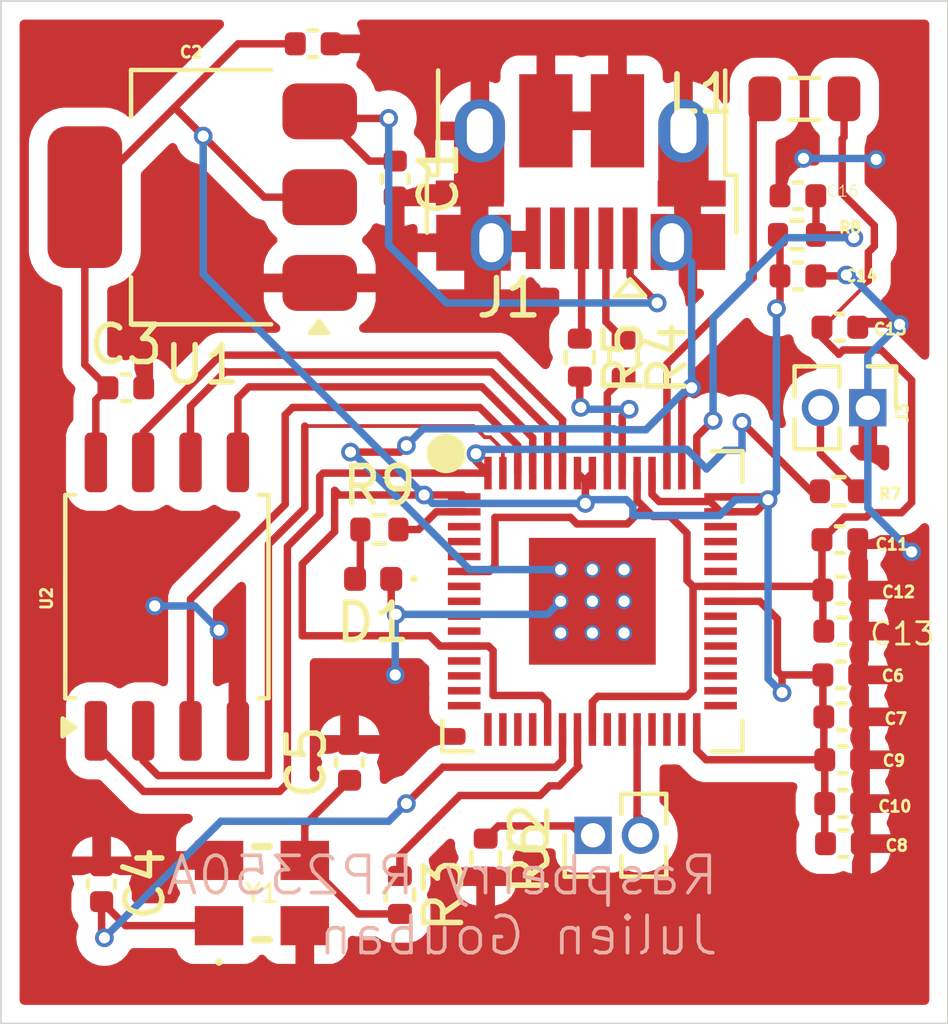
<source format=kicad_pcb>
(kicad_pcb (version 20240108) (generator "pcbnew") (generator_version "8.0")
  (layers (0 "F.Cu" signal) (31 "B.Cu" signal) (34 "B.Paste" user) (35 "F.Paste" user) (36 "B.SilkS" user "B.Silkscreen") (37 "F.SilkS" user "F.Silkscreen") (38 "B.Mask" user) (39 "F.Mask" user) (44 "Edge.Cuts" user))
  (net 0 "")
  (net 1 "GND")
  (net 2 "VBus")
  (net 3 "+3V3")
  (net 4 "/XIN")
  (net 5 "Net-(Y1-CRYSTAL_2)")
  (net 6 "+1V1")
  (net 7 "/VREG_AVDD")
  (net 8 "Net-(D1-A)")
  (net 9 "/USB_D+")
  (net 11 "/USB_D-")
  (net 12 "Net-(J2-Pin_1)")
  (net 13 "/RUN")
  (net 14 "/USB_BOOT")
  (net 15 "/VREG_LX")
  (net 16 "/GPIO0")
  (net 17 "/QSPI_SS")
  (net 18 "/XOUT")
  (net 19 "Net-(U3-USB_DP)")
  (net 20 "Net-(U3-USB_DM)")
  (net 21 "/QSPI_SD1")
  (net 22 "/QSPI_SD0")
  (net 23 "/QSPI_SCLK")
  (net 24 "/QSPI_SD2")
  (net 25 "/QSPI_SD3")
  (net 44 "/SWCLK")
  (net 46 "/SWD")
  (footprint "Inductor_SMD:L_0805_2012Metric" (layer "F.Cu") (at 33.025 14.025 180)
    (property "Reference" "L1")
    (property "Value" "3.3uH" (hide yes))
  )
  (footprint "Connector_PinHeader_1.27mm:PinHeader_1x02_P1.27mm_Vertical" (layer "F.Cu") (at 34.725 22.31 -90)
    (property "Reference" "J3")
    (property "Value" "Conn_01x02_Pin" (hide yes))
  )
  (footprint "Resistor_SMD:R_0402_1005Metric" (layer "F.Cu") (at 27 20.965 -90)
    (property "Reference" "R5")
    (property "Value" "27 ohms" (hide yes))
  )
  (footprint "Capacitor_SMD:C_0402_1005Metric" (layer "F.Cu") (at 22.05 16.175 -90)
    (property "Reference" "C1")
    (property "Value" "10uF" (hide yes))
  )
  (footprint "Capacitor_SMD:C_0402_1005Metric" (layer "F.Cu") (at 14.825 21.775)
    (property "Reference" "C3")
    (property "Value" "100nF")
  )
  (footprint "Capacitor_SMD:C_0402_1005Metric" (layer "F.Cu") (at 33.975 20.15)
    (property "Reference" "C15")
    (property "Value" "4.7uf" (hide yes))
  )
  (footprint "Capacitor_SMD:C_0402_1005Metric" (layer "F.Cu") (at 34.05 32.925)
    (property "Reference" "C10")
    (property "Value" "100nf" (hide yes))
  )
  (footprint "Capacitor_SMD:C_0402_1005Metric" (layer "F.Cu") (at 19.85 12.55)
    (property "Reference" "C2")
    (property "Value" "10uF" (hide yes))
  )
  (footprint "Capacitor_SMD:C_0402_1005Metric" (layer "F.Cu") (at 34.05 31.75)
    (property "Reference" "C9")
    (property "Value" "100nf" (hide yes))
  )
  (footprint "Capacitor_SMD:C_0402_1005Metric" (layer "F.Cu") (at 14.175 35.075 -90)
    (property "Reference" "C4")
    (property "Value" "15pF" (hide yes))
  )
  (footprint "Crystal_ABM8:ABM8272T3" (layer "F.Cu") (at 18.475 35.325)
    (property "Reference" "Y1")
    (property "Value" "ABM8-272-T3" (hide yes))
  )
  (footprint "Capacitor_SMD:C_0402_1005Metric" (layer "F.Cu") (at 33.975 25.85)
    (property "Reference" "C11")
    (property "Value" "100nf" (hide yes))
  )
  (footprint "Capacitor_SMD:C_0402_1005Metric" (layer "F.Cu") (at 32.85 18.775)
    (property "Reference" "C14")
    (property "Value" "4.7uf" (hide yes))
  )
  (footprint "Capacitor_SMD:C_0402_1005Metric" (layer "F.Cu") (at 34 29.475)
    (property "Reference" "C6")
    (property "Value" "100nf" (hide yes))
  )
  (footprint "Capacitor_SMD:C_0402_1005Metric" (layer "F.Cu") (at 34.07 34)
    (property "Reference" "C8")
    (property "Value" "100nf" (hide yes))
  )
  (footprint "Capacitor_SMD:C_0402_1005Metric" (layer "F.Cu") (at 34 27.2)
    (property "Reference" "C12")
    (property "Value" "4.7uF" (hide yes))
  )
  (footprint "Package_TO_SOT_SMD:SOT-223-3_TabPin2" (layer "F.Cu") (at 16.875 16.6625 180)
    (property "Reference" "U1")
    (property "Value" "NCP1117-3.3_SOT223" (hide yes))
  )
  (footprint "Capacitor_SMD:C_0402_1005Metric" (layer "F.Cu") (at 32.85 16.625 180)
    (property "Reference" "C16")
    (property "Value" "4.7uf" (hide yes))
  )
  (footprint "Resistor_SMD:R_0402_1005Metric" (layer "F.Cu") (at 32.825 17.675 180)
    (property "Reference" "R8")
    (property "Value" "33ohms" (hide yes))
  )
  (footprint "Capacitor_SMD:C_0402_1005Metric" (layer "F.Cu") (at 20.825 31.82 90)
    (property "Reference" "C5")
    (property "Value" "15pF" (hide yes))
  )
  (footprint "RP2350:RP2350A_QFN-60_EP_7.75x7.75_Pitch0.4mm" (layer "F.Cu") (at 27.3375 27.5)
    (property "Reference" "U3" (hide yes))
    (property "Value" "RP2350A-QFN60" (hide yes))
  )
  (footprint "Capacitor_SMD:C_0402_1005Metric" (layer "F.Cu") (at 34.025 30.6)
    (property "Reference" "C7")
    (property "Value" "100nf" (hide yes))
  )
  (footprint "Resistor_SMD:R_0402_1005Metric" (layer "F.Cu") (at 21.625 25.575)
    (property "Reference" "R9")
    (property "Value" "220 ohms" (hide yes))
  )
  (footprint "Connector_USB:USB_Micro-B_Amphenol_10103594-0001LF_Horizontal" (layer "F.Cu") (at 27.025 16 180)
    (property "Reference" "J1")
    (property "Value" "USB_B_Micro" (hide yes))
  )
  (footprint "Resistor_SMD:R_0402_1005Metric" (layer "F.Cu") (at 33.95 24.55)
    (property "Reference" "R7")
    (property "Value" "1kohms" (hide yes))
  )
  (footprint "Connector_PinHeader_1.27mm:PinHeader_1x02_P1.27mm_Vertical" (layer "F.Cu") (at 27.355 33.775 90)
    (property "Reference" "J2")
    (property "Value" "Conn_01x02_Pin" (hide yes))
  )
  (footprint "LED_SMD:LED_0402_1005Metric" (layer "F.Cu") (at 21.4575 26.9 180)
    (property "Reference" "D1")
    (property "Value" "LED" (hide yes))
  )
  (footprint "Resistor_SMD:R_0402_1005Metric" (layer "F.Cu") (at 22.175 35.375 -90)
    (property "Reference" "R3")
    (property "Value" "1kohms" (hide yes))
  )
  (footprint "Resistor_SMD:R_0402_1005Metric" (layer "F.Cu") (at 28.175 20.99 -90)
    (property "Reference" "R4")
    (property "Value" "27 ohms" (hide yes))
  )
  (footprint "Resistor_SMD:R_0402_1005Metric" (layer "F.Cu") (at 24.475 34.375 -90)
    (property "Reference" "R6")
    (property "Value" "1kohms")
  )
  (footprint "Package_SO:SOIC-8_5.23x5.23mm_P1.27mm" (layer "F.Cu") (at 15.925 27.375 90)
    (property "Reference" "U2")
    (property "Value" "W25Q128JVS")
  )
  (footprint "Capacitor_SMD:C_0402_1005Metric" (layer "F.Cu") (at 34.025 28.3)
    (property "Reference" "C13")
    (property "Value" "100nf" (hide yes))
  )
  (gr_rect (start 11.475 11.4) (end 36.875 38.825) (stroke (width 0.05)) (fill none) (layer "Edge.Cuts"))
  (gr_text "Raspberry RP2350A\nJulien Gouban" (at 30.775 37.05 0) (layer "B.SilkS") (effects (font (size 1 1) (thickness 0.1)) (justify left bottom mirror)))
  (segment (start 21.9425 27.7175) (end 22.075 27.85) (width 0.2) (layer "F.Cu") (net 1))
  (segment (start 32.37 16.625) (end 32.37 16.23) (width 0.2) (layer "F.Cu") (net 1))
  (segment (start 32.37 16.23) (end 32.95 15.65) (width 0.2) (layer "F.Cu") (net 1))
  (segment (start 29.7375 22.0375) (end 30 21.775) (width 0.2) (layer "F.Cu") (net 1))
  (segment (start 20.85 23.5) (end 22.175 23.5) (width 0.2) (layer "F.Cu") (net 1))
  (segment (start 21.9425 26.9) (end 21.9425 27.7175) (width 0.2) (layer "F.Cu") (net 1))
  (segment (start 34.125 18.775) (end 34.15 18.75) (width 0.2) (layer "F.Cu") (net 1))
  (segment (start 29.7375 24.0625) (end 29.7375 22.0375) (width 0.2) (layer "F.Cu") (net 1))
  (segment (start 22.175 23.5) (end 22.35 23.325) (width 0.2) (layer "F.Cu") (net 1))
  (segment (start 33.33 18.775) (end 34.125 18.775) (width 0.2) (layer "F.Cu") (net 1))
  (via (at 20.85 23.5) (size 0.5) (drill 0.3) (layers "F.Cu" "B.Cu") (net 1))
  (via (at 15.6 27.625) (size 0.5) (drill 0.3) (layers "F.Cu" "B.Cu") (net 1))
  (via (at 35.9 26.175) (size 0.5) (drill 0.3) (layers "F.Cu" "B.Cu") (net 1))
  (via (at 30 21.775) (size 0.5) (drill 0.3) (layers "F.Cu" "B.Cu") (net 1))
  (via (at 33 15.625) (size 0.5) (drill 0.3) (layers "F.Cu" "B.Cu") (net 1))
  (via (at 22.35 23.325) (size 0.5) (drill 0.3) (layers "F.Cu" "B.Cu") (net 1))
  (via (at 35.575 20.075) (size 0.5) (drill 0.3) (layers "F.Cu" "B.Cu") (net 1))
  (via (at 34.95 15.65) (size 0.5) (drill 0.3) (layers "F.Cu" "B.Cu") (net 1))
  (via (at 22.075 27.85) (size 0.5) (drill 0.3) (layers "F.Cu" "B.Cu") (net 1))
  (via (at 22.05 29.475) (size 0.5) (drill 0.3) (layers "F.Cu" "B.Cu") (net 1))
  (via (at 17.325 28.275) (size 0.5) (drill 0.3) (layers "F.Cu" "B.Cu") (net 1))
  (via (at 34.15 18.75) (size 0.5) (drill 0.3) (layers "F.Cu" "B.Cu") (net 1))
  (segment (start 27.922182 22.875) (end 27.947182 22.9) (width 0.2) (layer "B.Cu") (net 1))
  (segment (start 22.05 27.875) (end 22.075 27.85) (width 0.2) (layer "B.Cu") (net 1))
  (segment (start 16.675 27.625) (end 17.325 28.275) (width 0.2) (layer "B.Cu") (net 1))
  (segment (start 28.775 22.9) (end 29.9 21.775) (width 0.2) (layer "B.Cu") (net 1))
  (segment (start 34.15 18.75) (end 34.25 18.75) (width 0.2) (layer "B.Cu") (net 1))
  (segment (start 35.575 20.075) (end 34.725 20.925) (width 0.2) (layer "B.Cu") (net 1))
  (segment (start 22.075 27.85) (end 26.1375 27.85) (width 0.2) (layer "B.Cu") (net 1))
  (segment (start 29.9 21.775) (end 30 21.775) (width 0.2) (layer "B.Cu") (net 1))
  (segment (start 30 21.775) (end 30 18.415) (width 0.2) (layer "B.Cu") (net 1))
  (segment (start 27.947182 22.9) (end 28.775 22.9) (width 0.2) (layer "B.Cu") (net 1))
  (segment (start 20.897182 23.5) (end 24.047182 26.65) (width 0.2) (layer "B.Cu") (net 1))
  (segment (start 33 15.625) (end 34.925 15.625) (width 0.2) (layer "B.Cu") (net 1))
  (segment (start 35.9 26.175) (end 34.725 25) (width 0.2) (layer "B.Cu") (net 1))
  (segment (start 22.35 23.325) (end 22.8 22.875) (width 0.2) (layer "B.Cu") (net 1))
  (segment (start 22.8 22.875) (end 27.922182 22.875) (width 0.2) (layer "B.Cu") (net 1))
  (segment (start 20.85 23.5) (end 20.897182 23.5) (width 0.2) (layer "B.Cu") (net 1))
  (segment (start 34.25 18.75) (end 35.575 20.075) (width 0.2) (layer "B.Cu") (net 1))
  (segment (start 22.05 29.475) (end 22.05 27.875) (width 0.2) (layer "B.Cu") (net 1))
  (segment (start 34.725 25) (end 34.725 22.31) (width 0.2) (layer "B.Cu") (net 1))
  (segment (start 30 18.415) (end 29.47 17.885) (width 0.2) (layer "B.Cu") (net 1))
  (segment (start 34.925 15.625) (end 34.95 15.65) (width 0.2) (layer "B.Cu") (net 1))
  (segment (start 34.725 20.925) (end 34.725 22.31) (width 0.2) (layer "B.Cu") (net 1))
  (segment (start 15.6 27.625) (end 16.675 27.625) (width 0.2) (layer "B.Cu") (net 1))
  (segment (start 26.1375 27.85) (end 26.4875 27.5) (width 0.2) (layer "B.Cu") (net 1))
  (segment (start 24.047182 26.65) (end 26.4875 26.65) (width 0.2) (layer "B.Cu") (net 1))
  (segment (start 28.35 17.765) (end 28.35 18.775) (width 0.2) (layer "F.Cu") (net 2))
  (segment (start 21.3575 15.695) (end 22.05 15.695) (width 0.2) (layer "F.Cu") (net 2))
  (segment (start 21.875 14.55) (end 20.2125 14.55) (width 0.2) (layer "F.Cu") (net 2))
  (segment (start 20.2125 14.55) (end 20.025 14.3625) (width 0.2) (layer "F.Cu") (net 2))
  (segment (start 28.35 18.775) (end 29.075 19.5) (width 0.2) (layer "F.Cu") (net 2))
  (segment (start 20.025 14.3625) (end 21.3575 15.695) (width 0.2) (layer "F.Cu") (net 2))
  (via (at 21.875 14.55) (size 0.5) (drill 0.3) (layers "F.Cu" "B.Cu") (net 2))
  (via (at 29.075 19.5) (size 0.5) (drill 0.3) (layers "F.Cu" "B.Cu") (net 2))
  (segment (start 29.075 19.5) (end 23.425 19.5) (width 0.2) (layer "B.Cu") (net 2))
  (segment (start 23.425 19.5) (end 21.875 17.95) (width 0.2) (layer "B.Cu") (net 2))
  (segment (start 21.875 17.95) (end 21.875 14.55) (width 0.2) (layer "B.Cu") (net 2))
  (segment (start 14.02 22.1) (end 14.345 21.775) (width 0.2) (layer "F.Cu") (net 3))
  (segment (start 26.1375 30.2) (end 26.1375 30.9375) (width 0.2) (layer "F.Cu") (net 3))
  (segment (start 33.57 31.75) (end 30.3875 31.75) (width 0.2) (layer "F.Cu") (net 3))
  (segment (start 20.55 24.65) (end 20.425 24.525) (width 0.2) (layer "F.Cu") (net 3))
  (segment (start 18.5375 16.6625) (end 16.9 15.025) (width 0.2) (layer "F.Cu") (net 3))
  (segment (start 23.9 28.7) (end 24.55 28.7) (width 0.2) (layer "F.Cu") (net 3))
  (segment (start 32.37 17.73) (end 32.315 17.675) (width 0.2) (layer "F.Cu") (net 3))
  (segment (start 25.9625 30.025) (end 26.1375 30.2) (width 0.2) (layer "F.Cu") (net 3))
  (segment (start 32.3 29.375) (end 32.4 29.475) (width 0.2) (layer "F.Cu") (net 3))
  (segment (start 24.55 28.7) (end 24.675 28.825) (width 0.2) (layer "F.Cu") (net 3))
  (segment (start 27.15 24.875) (end 27.15 24.25) (width 0.2) (layer "F.Cu") (net 3))
  (segment (start 19.557843 28.425) (end 22.975 28.425) (width 0.2) (layer "F.Cu") (net 3))
  (segment (start 30.775 27.5) (end 31.825 27.5) (width 0.2) (layer "F.Cu") (net 3))
  (segment (start 27.15 24.875) (end 27.15 24.275) (width 0.2) (layer "F.Cu") (net 3))
  (segment (start 30.1375 31.5) (end 30.1375 30.9375) (width 0.2) (layer "F.Cu") (net 3))
  (segment (start 33.52 29.475) (end 33.52 30.575) (width 0.2) (layer "F.Cu") (net 3))
  (segment (start 32.4 29.475) (end 33.52 29.475) (width 0.2) (layer "F.Cu") (net 3))
  (segment (start 29.128186 24.825) (end 28.9375 24.634314) (width 0.2) (layer "F.Cu") (net 3))
  (segment (start 32.425 29.95) (end 32.425 29.5) (width 0.2) (layer "F.Cu") (net 3))
  (segment (start 23.85 24.65) (end 23.9 24.7) (width 0.2) (layer "F.Cu") (net 3))
  (segment (start 33.57 31.75) (end 33.57 32.925) (width 0.2) (layer "F.Cu") (net 3))
  (segment (start 20.425 25.632843) (end 19.557843 26.5) (width 0.2) (layer "F.Cu") (net 3))
  (segment (start 33.52 30.575) (end 33.545 30.6) (width 0.2) (layer "F.Cu") (net 3))
  (segment (start 27.15 24.25) (end 27.3375 24.0625) (width 0.2) (layer "F.Cu") (net 3))
  (segment (start 22.975 28.425) (end 23.25 28.7) (width 0.2) (layer "F.Cu") (net 3))
  (segment (start 16.13125 14.25625) (end 13.725 16.6625) (width 0.2) (layer "F.Cu") (net 3))
  (segment (start 13.725 21.155) (end 14.345 21.775) (width 0.2) (layer "F.Cu") (net 3))
  (segment (start 31.825 27.5) (end 32.3 27.975) (width 0.2) (layer "F.Cu") (net 3))
  (segment (start 30.3875 31.75) (end 30.1375 31.5) (width 0.2) (layer "F.Cu") (net 3))
  (segment (start 30.5 24.825) (end 29.128186 24.825) (width 0.2) (layer "F.Cu") (net 3))
  (segment (start 33.57 33.98) (end 33.59 34) (width 0.2) (layer "F.Cu") (net 3))
  (segment (start 23.25 28.7) (end 23.9 28.7) (width 0.2) (layer "F.Cu") (net 3))
  (segment (start 33.545 30.6) (end 33.545 31.725) (width 0.2) (layer "F.Cu") (net 3))
  (segment (start 27.15 24.275) (end 26.9375 24.0625) (width 0.2) (layer "F.Cu") (net 3))
  (segment (start 24.675 30.025) (end 25.9625 30.025) (width 0.2) (layer "F.Cu") (net 3))
  (segment (start 32.37 18.775) (end 32.37 17.73) (width 0.2) (layer "F.Cu") (net 3))
  (segment (start 20.025 16.6625) (end 18.5375 16.6625) (width 0.2) (layer "F.Cu") (net 3))
  (segment (start 13.725 16.6625) (end 13.725 21.155) (width 0.2) (layer "F.Cu") (net 3))
  (segment (start 14.02 23.775) (end 14.02 22.1) (width 0.2) (layer "F.Cu") (net 3))
  (segment (start 33.57 32.925) (end 33.57 33.98) (width 0.2) (layer "F.Cu") (net 3))
  (segment (start 16.9 15.025) (end 16.13125 14.25625) (width 0.2) (layer "F.Cu") (net 3))
  (segment (start 32.37 18.775) (end 32.37 19.555) (width 0.2) (layer "F.Cu") (net 3))
  (segment (start 31.725 25.1) (end 32.05 24.775) (width 0.2) (layer "F.Cu") (net 3))
  (segment (start 17.8375 12.55) (end 16.13125 14.25625) (width 0.2) (layer "F.Cu") (net 3))
  (segment (start 32.3 27.975) (end 32.3 29.375) (width 0.2) (layer "F.Cu") (net 3))
  (segment (start 30.775 25.1) (end 30.5 24.825) (width 0.2) (layer "F.Cu") (net 3))
  (segment (start 32.425 29.5) (end 32.4 29.475) (width 0.2) (layer "F.Cu") (net 3))
  (segment (start 30.775 24.7) (end 31.975 24.7) (width 0.2) (layer "F.Cu") (net 3))
  (segment (start 19.557843 26.5) (end 19.557843 28.425) (width 0.2) (layer "F.Cu") (net 3))
  (segment (start 20.425 24.525) (end 20.425 25.632843) (width 0.2) (layer "F.Cu") (net 3))
  (segment (start 32.37 19.555) (end 32.275 19.65) (width 0.2) (layer "F.Cu") (net 3))
  (segment (start 31.975 24.7) (end 32.05 24.775) (width 0.2) (layer "F.Cu") (net 3))
  (segment (start 28.9375 24.634314) (end 28.9375 24.0625) (width 0.2) (layer "F.Cu") (net 3))
  (segment (start 19.37 12.55) (end 17.8375 12.55) (width 0.2) (layer "F.Cu") (net 3))
  (segment (start 22.825 24.65) (end 23.85 24.65) (width 0.2) (layer "F.Cu") (net 3))
  (segment (start 30.775 25.1) (end 31.725 25.1) (width 0.2) (layer "F.Cu") (net 3))
  (segment (start 22.825 24.65) (end 20.55 24.65) (width 0.2) (layer "F.Cu") (net 3))
  (segment (start 33.545 31.725) (end 33.57 31.75) (width 0.2) (layer "F.Cu") (net 3))
  (segment (start 24.675 28.825) (end 24.675 30.025) (width 0.2) (layer "F.Cu") (net 3))
  (via (at 16.9 15.025) (size 0.5) (drill 0.3) (layers "F.Cu" "B.Cu") (net 3))
  (via (at 22.825 24.65) (size 0.5) (drill 0.3) (layers "F.Cu" "B.Cu") (net 3))
  (via (at 32.425 29.95) (size 0.5) (drill 0.3) (layers "F.Cu" "B.Cu") (net 3))
  (via (at 27.15 24.875) (size 0.5) (drill 0.3) (layers "F.Cu" "B.Cu") (net 3))
  (via (at 32.05 24.775) (size 0.5) (drill 0.3) (layers "F.Cu" "B.Cu") (net 3))
  (via (at 32.275 19.65) (size 0.5) (drill 0.3) (layers "F.Cu" "B.Cu") (net 3))
  (segment (start 30.75 25.2) (end 31.175 24.775) (width 0.2) (layer "B.Cu") (net 3))
  (segment (start 32.275 19.65) (end 32.275 24.55) (width 0.2) (layer "B.Cu") (net 3))
  (segment (start 16.9 18.725) (end 22.825 24.65) (width 0.2) (layer "B.Cu") (net 3))
  (segment (start 27.15 24.875) (end 23.05 24.875) (width 0.2) (layer "B.Cu") (net 3))
  (segment (start 28.25 24.775) (end 27.25 24.775) (width 0.2) (layer "B.Cu") (net 3))
  (segment (start 32.275 24.55) (end 32.05 24.775) (width 0.2) (layer "B.Cu") (net 3))
  (segment (start 27.25 24.775) (end 27.15 24.875) (width 0.2) (layer "B.Cu") (net 3))
  (segment (start 23.05 24.875) (end 22.825 24.65) (width 0.2) (layer "B.Cu") (net 3))
  (segment (start 16.9 15.025) (end 16.9 18.725) (width 0.2) (layer "B.Cu") (net 3))
  (segment (start 28.425 24.95) (end 28.425 25.2) (width 0.2) (layer "B.Cu") (net 3))
  (segment (start 28.425 25.2) (end 30.75 25.2) (width 0.2) (layer "B.Cu") (net 3))
  (segment (start 32.05 29.575) (end 32.425 29.95) (width 0.2) (layer "B.Cu") (net 3))
  (segment (start 32.05 24.775) (end 31.175 24.775) (width 0.2) (layer "B.Cu") (net 3))
  (segment (start 28.25 24.775) (end 28.425 24.95) (width 0.2) (layer "B.Cu") (net 3))
  (segment (start 32.05 24.775) (end 32.05 29.575) (width 0.2) (layer "B.Cu") (net 3))
  (segment (start 26.5375 31.7625) (end 26.35 31.95) (width 0.2) (layer "F.Cu") (net 4))
  (segment (start 14.175 36.45) (end 14.25 36.525) (width 0.2) (layer "F.Cu") (net 4))
  (segment (start 26.5375 30.9375) (end 26.5375 31.7625) (width 0.2) (layer "F.Cu") (net 4))
  (segment (start 23.325 31.95) (end 22.35 32.925) (width 0.2) (layer "F.Cu") (net 4))
  (segment (start 26.35 31.95) (end 23.325 31.95) (width 0.2) (layer "F.Cu") (net 4))
  (segment (start 17.325 36.2) (end 14.82 36.2) (width 0.2) (layer "F.Cu") (net 4))
  (segment (start 14.175 35.555) (end 14.175 36.45) (width 0.2) (layer "F.Cu") (net 4))
  (segment (start 14.82 36.2) (end 14.175 35.555) (width 0.2) (layer "F.Cu") (net 4))
  (via (at 14.25 36.525) (size 0.5) (drill 0.3) (layers "F.Cu" "B.Cu") (net 4))
  (via (at 22.35 32.925) (size 0.5) (drill 0.3) (layers "F.Cu" "B.Cu") (net 4))
  (segment (start 22.35 32.925) (end 21.875 33.4) (width 0.2) (layer "B.Cu") (net 4))
  (segment (start 17.375 33.4) (end 14.25 36.525) (width 0.2) (layer "B.Cu") (net 4))
  (segment (start 21.875 33.4) (end 17.375 33.4) (width 0.2) (layer "B.Cu") (net 4))
  (segment (start 22.175 35.885) (end 21.06 35.885) (width 0.2) (layer "F.Cu") (net 5))
  (segment (start 21.06 35.885) (end 19.625 34.45) (width 0.2) (layer "F.Cu") (net 5))
  (segment (start 19.625 34.45) (end 19.625 33.5) (width 0.2) (layer "F.Cu") (net 5))
  (segment (start 19.625 33.5) (end 20.825 32.3) (width 0.2) (layer "F.Cu") (net 5))
  (segment (start 28.275 25.425) (end 28.71875 24.98125) (width 0.2) (layer "F.Cu") (net 6))
  (segment (start 24.725 25.25) (end 26.747182 25.25) (width 0.2) (layer "F.Cu") (net 6))
  (segment (start 34.0875 15.05) (end 34.0875 14.025) (width 0.2) (layer "F.Cu") (net 6))
  (segment (start 33.525 20.15) (end 33.495 20.15) (width 0.1) (layer "F.Cu") (net 6))
  (segment (start 34.9 17.425) (end 34.9 17.977818) (width 0.2) (layer "F.Cu") (net 6))
  (segment (start 28.71875 24.98125) (end 28.5375 24.8) (width 0.2) (layer "F.Cu") (net 6))
  (segment (start 24.725 26.55) (end 24.725 25.25) (width 0.2) (layer "F.Cu") (net 6))
  (segment (start 34.0375 16.5625) (end 34.9 17.425) (width 0.2) (layer "F.Cu") (net 6))
  (segment (start 33.495 25.85) (end 33.495 27.175) (width 0.2) (layer "F.Cu") (net 6))
  (segment (start 30.0375 27.1) (end 29.875 26.9375) (width 0.2) (layer "F.Cu") (net 6))
  (segment (start 29.875 30.05) (end 30.0375 29.8875) (width 0.2) (layer "F.Cu") (net 6))
  (segment (start 33.52 28.275) (end 33.545 28.3) (width 0.2) (layer "F.Cu") (net 6))
  (segment (start 34.0375 15.1) (end 34.0375 16.5625) (width 0.2) (layer "F.Cu") (net 6))
  (segment (start 34.685 25.24) (end 34.8 25.125) (width 0.2) (layer "F.Cu") (net 6))
  (segment (start 35.9 21.575) (end 35.085 20.76) (width 0.2) (layer "F.Cu") (net 6))
  (segment (start 35.625 25.125) (end 35.9 24.85) (width 0.2) (layer "F.Cu") (net 6))
  (segment (start 24.575 26.7) (end 24.725 26.55) (width 0.2) (layer "F.Cu") (net 6))
  (segment (start 34.8 25.125) (end 35.625 25.125) (width 0.2) (layer "F.Cu") (net 6))
  (segment (start 33.42 27.1) (end 30.775 27.1) (width 0.2) (layer "F.Cu") (net 6))
  (segment (start 33.95 20.875) (end 33.495 20.42) (width 0.2) (layer "F.Cu") (net 6))
  (segment (start 34.738909 18.936091) (end 33.525 20.15) (width 0.1) (layer "F.Cu") (net 6))
  (segment (start 34.738909 18.906091) (end 34.738909 18.936091) (width 0.1) (layer "F.Cu") (net 6))
  (segment (start 27.3375 30.2) (end 27.4875 30.05) (width 0.2) (layer "F.Cu") (net 6))
  (segment (start 29.425 25.225) (end 28.9625 25.225) (width 0.2) (layer "F.Cu") (net 6))
  (segment (start 35.085 20.76) (end 34.065 20.76) (width 0.2) (layer "F.Cu") (net 6))
  (segment (start 33.495 20.42) (end 33.495 20.15) (width 0.2) (layer "F.Cu") (net 6))
  (segment (start 35.9 24.85) (end 35.9 21.575) (width 0.2) (layer "F.Cu") (net 6))
  (segment (start 33.52 27.2) (end 33.42 27.1) (width 0.2) (layer "F.Cu") (net 6))
  (segment (start 30.0375 29.8875) (end 30.0375 27.1) (width 0.2) (layer "F.Cu") (net 6))
  (segment (start 26.922182 25.425) (end 28.275 25.425) (width 0.2) (layer "F.Cu") (net 6))
  (segment (start 28.9625 25.225) (end 28.71875 24.98125) (width 0.2) (layer "F.Cu") (net 6))
  (segment (start 26.747182 25.25) (end 26.922182 25.425) (width 0.2) (layer "F.Cu") (net 6))
  (segment (start 34.065 20.76) (end 33.95 20.875) (width 0.2) (layer "F.Cu") (net 6))
  (segment (start 33.495 25.85) (end 34.105 25.24) (width 0.2) (layer "F.Cu") (net 6))
  (segment (start 29.875 26.9375) (end 29.875 25.675) (width 0.2) (layer "F.Cu") (net 6))
  (segment (start 27.4875 30.05) (end 29.875 30.05) (width 0.2) (layer "F.Cu") (net 6))
  (segment (start 33.52 27.2) (end 33.52 28.275) (width 0.2) (layer "F.Cu") (net 6))
  (segment (start 27.3375 30.9375) (end 27.3375 30.2) (width 0.2) (layer "F.Cu") (net 6))
  (segment (start 34.105 25.24) (end 34.685 25.24) (width 0.2) (layer "F.Cu") (net 6))
  (segment (start 34.9 17.977818) (end 34.738909 18.138909) (width 0.2) (layer "F.Cu") (net 6))
  (segment (start 33.495 27.175) (end 33.52 27.2) (width 0.2) (layer "F.Cu") (net 6))
  (segment (start 30.775 27.1) (end 30.0375 27.1) (width 0.2) (layer "F.Cu") (net 6))
  (segment (start 34.0375 15.1) (end 34.0875 15.05) (width 0.2) (layer "F.Cu") (net 6))
  (segment (start 23.9 26.7) (end 24.575 26.7) (width 0.2) (layer "F.Cu") (net 6))
  (segment (start 34.738909 18.138909) (end 34.738909 18.906091) (width 0.2) (layer "F.Cu") (net 6))
  (segment (start 28.5375 24.8) (end 28.5375 24.0625) (width 0.2) (layer "F.Cu") (net 6))
  (segment (start 29.875 25.675) (end 29.425 25.225) (width 0.2) (layer "F.Cu") (net 6))
  (segment (start 30.1375 24.0625) (end 30.1375 23.0875) (width 0.2) (layer "F.Cu") (net 7))
  (segment (start 33.335 17.675) (end 33.335 16.63) (width 0.2) (layer "F.Cu") (net 7))
  (segment (start 30.1375 23.0875) (end 30.575 22.65) (width 0.2) (layer "F.Cu") (net 7))
  (segment (start 34.275 17.675) (end 34.35 17.75) (width 0.2) (layer "F.Cu") (net 7))
  (segment (start 33.335 17.675) (end 34.275 17.675) (width 0.2) (layer "F.Cu") (net 7))
  (segment (start 33.335 16.63) (end 33.33 16.625) (width 0.2) (layer "F.Cu") (net 7))
  (via (at 30.575 22.65) (size 0.5) (drill 0.3) (layers "F.Cu" "B.Cu") (net 7))
  (via (at 34.35 17.75) (size 0.5) (drill 0.3) (layers "F.Cu" "B.Cu") (net 7))
  (segment (start 31.55 18.925) (end 30.575 19.9) (width 0.2) (layer "B.Cu") (net 7))
  (segment (start 30.575 19.9) (end 30.575 22.65) (width 0.2) (layer "B.Cu") (net 7))
  (segment (start 32.55 17.75) (end 31.55 18.75) (width 0.2) (layer "B.Cu") (net 7))
  (segment (start 31.55 18.75) (end 31.55 18.925) (width 0.2) (layer "B.Cu") (net 7))
  (segment (start 34.35 17.75) (end 32.55 17.75) (width 0.2) (layer "B.Cu") (net 7))
  (segment (start 21.115 25.575) (end 21.115 26.7575) (width 0.2) (layer "F.Cu") (net 8))
  (segment (start 21.115 26.7575) (end 20.9725 26.9) (width 0.2) (layer "F.Cu") (net 8))
  (segment (start 27.7 17.765) (end 27.7 20.005) (width 0.2) (layer "F.Cu") (net 9))
  (segment (start 27.7 20.005) (end 28.175 20.48) (width 0.2) (layer "F.Cu") (net 9))
  (segment (start 27.05 20.405) (end 27 20.455) (width 0.2) (layer "F.Cu") (net 11))
  (segment (start 27.05 17.765) (end 27.05 20.405) (width 0.2) (layer "F.Cu") (net 11))
  (segment (start 26.8 33.525) (end 27.13 33.525) (width 0.2) (layer "F.Cu") (net 12))
  (segment (start 27.05 33.775) (end 26.8 33.525) (width 0.2) (layer "F.Cu") (net 12))
  (segment (start 27.355 33.775) (end 27.05 33.775) (width 0.2) (layer "F.Cu") (net 12))
  (segment (start 27.13 33.525) (end 27.255 33.4) (width 0.2) (layer "F.Cu") (net 12))
  (segment (start 24.815 33.525) (end 24.475 33.865) (width 0.2) (layer "F.Cu") (net 12))
  (segment (start 26.8 33.525) (end 24.815 33.525) (width 0.2) (layer "F.Cu") (net 12))
  (segment (start 28.525 33.4) (end 28.5375 33.3875) (width 0.2) (layer "F.Cu") (net 13))
  (segment (start 28.5375 33.3875) (end 28.5375 33.25) (width 0.2) (layer "F.Cu") (net 13))
  (segment (start 28.625 33.3375) (end 28.5375 33.25) (width 0.2) (layer "F.Cu") (net 13))
  (segment (start 28.625 33.775) (end 28.625 33.3375) (width 0.2) (layer "F.Cu") (net 13))
  (segment (start 28.5375 33.25) (end 28.5375 30.9375) (width 0.2) (layer "F.Cu") (net 13))
  (segment (start 34.46 24.55) (end 33.455 23.545) (width 0.2) (layer "F.Cu") (net 14))
  (segment (start 33.455 23.545) (end 33.455 22.31) (width 0.2) (layer "F.Cu") (net 14))
  (segment (start 29.3375 24.0625) (end 29.3375 21.1375) (width 0.2) (layer "F.Cu") (net 15))
  (segment (start 29.3375 21.1375) (end 31.65 18.825) (width 0.2) (layer "F.Cu") (net 15))
  (segment (start 31.65 14.3375) (end 31.9625 14.025) (width 0.2) (layer "F.Cu") (net 15))
  (segment (start 31.65 18.825) (end 31.65 14.3375) (width 0.2) (layer "F.Cu") (net 15))
  (segment (start 22.677818 25.575) (end 22.135 25.575) (width 0.2) (layer "F.Cu") (net 16))
  (segment (start 23.9 25.1) (end 23.152818 25.1) (width 0.2) (layer "F.Cu") (net 16))
  (segment (start 23.152818 25.1) (end 22.677818 25.575) (width 0.2) (layer "F.Cu") (net 16))
  (segment (start 14.02 30.975) (end 14.02 31.32) (width 0.2) (layer "F.Cu") (net 17))
  (segment (start 31.35 22.7) (end 33.2 24.55) (width 0.2) (layer "F.Cu") (net 17))
  (segment (start 15.3 32.6) (end 18.95 32.6) (width 0.2) (layer "F.Cu") (net 17))
  (segment (start 19.157843 32.392157) (end 19.157843 26.032843) (width 0.2) (layer "F.Cu") (net 17))
  (segment (start 14.02 31.32) (end 15.3 32.6) (width 0.2) (layer "F.Cu") (net 17))
  (segment (start 33.2 24.55) (end 33.44 24.55) (width 0.2) (layer "F.Cu") (net 17))
  (segment (start 19.157843 26.032843) (end 20.025 25.165686) (width 0.2) (layer "F.Cu") (net 17))
  (segment (start 24.216056 23.741056) (end 24.5375 24.0625) (width 0.2) (layer "F.Cu") (net 17))
  (segment (start 18.95 32.6) (end 19.157843 32.392157) (width 0.2) (layer "F.Cu") (net 17))
  (segment (start 20.025 25.165686) (end 20.025 24.15) (width 0.2) (layer "F.Cu") (net 17))
  (segment (start 24.216056 23.541894) (end 24.216056 23.741056) (width 0.2) (layer "F.Cu") (net 17))
  (segment (start 20.1125 24.0625) (end 24.5375 24.0625) (width 0.2) (layer "F.Cu") (net 17))
  (segment (start 20.025 24.15) (end 20.1125 24.0625) (width 0.2) (layer "F.Cu") (net 17))
  (via (at 24.216056 23.541894) (size 0.5) (drill 0.3) (layers "F.Cu" "B.Cu") (net 17))
  (via (at 31.35 22.7) (size 0.5) (drill 0.3) (layers "F.Cu" "B.Cu") (net 17))
  (segment (start 24.216056 23.541894) (end 24.33295 23.425) (width 0.2) (layer "B.Cu") (net 17))
  (segment (start 30.9 23.45) (end 31.35 23.45) (width 0.2) (layer "B.Cu") (net 17))
  (segment (start 24.33295 23.425) (end 29.875 23.425) (width 0.2) (layer "B.Cu") (net 17))
  (segment (start 29.875 23.425) (end 30.4 23.95) (width 0.2) (layer "B.Cu") (net 17))
  (segment (start 30.4 23.95) (end 30.9 23.45) (width 0.2) (layer "B.Cu") (net 17))
  (segment (start 31.35 23.45) (end 31.35 22.7) (width 0.2) (layer "B.Cu") (net 17))
  (segment (start 26.975 31.925) (end 26.9375 31.8875) (width 0.2) (layer "F.Cu") (net 18))
  (segment (start 25.933038 32.708038) (end 26.191076 32.45) (width 0.2) (layer "F.Cu") (net 18))
  (segment (start 23.783038 32.708038) (end 22.175 34.316076) (width 0.2) (layer "F.Cu") (net 18))
  (segment (start 23.783038 32.708038) (end 25.933038 32.708038) (width 0.2) (layer "F.Cu") (net 18))
  (segment (start 22.175 34.316076) (end 22.175 34.865) (width 0.2) (layer "F.Cu") (net 18))
  (segment (start 26.191076 32.45) (end 26.45 32.45) (width 0.2) (layer "F.Cu") (net 18))
  (segment (start 26.9375 31.8875) (end 26.9375 30.9375) (width 0.2) (layer "F.Cu") (net 18))
  (segment (start 26.45 32.45) (end 26.975 31.925) (width 0.2) (layer "F.Cu") (net 18))
  (segment (start 27.7375 21.9375) (end 27.7375 24.0625) (width 0.2) (layer "F.Cu") (net 19))
  (segment (start 28.175 21.5) (end 27.7375 21.9375) (width 0.2) (layer "F.Cu") (net 19))
  (segment (start 27 22.275) (end 27.025 22.3) (width 0.2) (layer "F.Cu") (net 20))
  (segment (start 28.325 22.35) (end 28.1375 22.5375) (width 0.2) (layer "F.Cu") (net 20))
  (segment (start 27 21.475) (end 27 22.275) (width 0.2) (layer "F.Cu") (net 20))
  (segment (start 28.1375 22.5375) (end 28.1375 24.0625) (width 0.2) (layer "F.Cu") (net 20))
  (via (at 28.325 22.35) (size 0.5) (drill 0.3) (layers "F.Cu" "B.Cu") (net 20))
  (via (at 27.025 22.3) (size 0.5) (drill 0.3) (layers "F.Cu" "B.Cu") (net 20))
  (segment (start 28.325 22.35) (end 27.075 22.35) (width 0.2) (layer "B.Cu") (net 20))
  (segment (start 27.075 22.35) (end 27.025 22.3) (width 0.2) (layer "B.Cu") (net 20))
  (segment (start 24.6 23.1) (end 24.9375 23.4375) (width 0.1) (layer "F.Cu") (net 21))
  (segment (start 24.45 23.1) (end 24.6 23.1) (width 0.1) (layer "F.Cu") (net 21))
  (segment (start 18.65 25.975) (end 19.625 25) (width 0.2) (layer "F.Cu") (net 21))
  (segment (start 18.65 32.175) (end 18.65 25.975) (width 0.2) (layer "F.Cu") (net 21))
  (segment (start 24.15 22.8) (end 24.45 23.1) (width 0.1) (layer "F.Cu") (net 21))
  (segment (start 15.29 30.975) (end 15.29 31.774999) (width 0.2) (layer "F.Cu") (net 21))
  (segment (start 15.29 31.774999) (end 15.690001 32.175) (width 0.2) (layer "F.Cu") (net 21))
  (segment (start 15.690001 32.175) (end 18.65 32.175) (width 0.2) (layer "F.Cu") (net 21))
  (segment (start 19.625 25) (end 19.625 22.8) (width 0.2) (layer "F.Cu") (net 21))
  (segment (start 19.625 22.8) (end 24.15 22.8) (width 0.1) (layer "F.Cu") (net 21))
  (segment (start 24.9375 23.4375) (end 24.9375 24.0625) (width 0.1) (layer "F.Cu") (net 21))
  (segment (start 17.83 22.045) (end 18.125 21.75) (width 0.2) (layer "F.Cu") (net 22))
  (segment (start 17.83 23.775) (end 17.83 22.045) (width 0.2) (layer "F.Cu") (net 22))
  (segment (start 18.125 21.75) (end 24.375 21.75) (width 0.2) (layer "F.Cu") (net 22))
  (segment (start 24.375 21.75) (end 25.7375 23.1125) (width 0.2) (layer "F.Cu") (net 22))
  (segment (start 25.7375 23.1125) (end 25.7375 24.0625) (width 0.2) (layer "F.Cu") (net 22))
  (segment (start 17.490344 21.340343) (end 17.500001 21.35) (width 0.2) (layer "F.Cu") (net 23))
  (segment (start 16.56 22.270687) (end 17.490344 21.340343) (width 0.2) (layer "F.Cu") (net 23))
  (segment (start 17.500001 21.35) (end 24.625 21.35) (width 0.2) (layer "F.Cu") (net 23))
  (segment (start 24.625 21.35) (end 26.1375 22.8625) (width 0.2) (layer "F.Cu") (net 23))
  (segment (start 26.1375 22.8625) (end 26.1375 24.0625) (width 0.2) (layer "F.Cu") (net 23))
  (segment (start 16.56 23.775) (end 16.56 22.270687) (width 0.2) (layer "F.Cu") (net 23))
  (segment (start 24.3125 22.3) (end 25.3375 23.325) (width 0.2) (layer "F.Cu") (net 24))
  (segment (start 16.56 27.44) (end 19.1 24.9) (width 0.2) (layer "F.Cu") (net 24))
  (segment (start 19.3 22.3) (end 24.3125 22.3) (width 0.2) (layer "F.Cu") (net 24))
  (segment (start 25.3375 23.325) (end 25.3375 24.0625) (width 0.2) (layer "F.Cu") (net 24))
  (segment (start 19.1 22.5) (end 19.3 22.3) (width 0.2) (layer "F.Cu") (net 24))
  (segment (start 16.56 30.975) (end 16.56 27.44) (width 0.2) (layer "F.Cu") (net 24))
  (segment (start 19.1 24.9) (end 19.1 22.5) (width 0.2) (layer "F.Cu") (net 24))
  (segment (start 26.5375 22.6375) (end 24.8 20.9) (width 0.2) (layer "F.Cu") (net 25))
  (segment (start 26.5375 24.0625) (end 26.5375 22.6375) (width 0.2) (layer "F.Cu") (net 25))
  (segment (start 17.365001 20.9) (end 15.29 22.975001) (width 0.2) (layer "F.Cu") (net 25))
  (segment (start 24.8 20.9) (end 17.365001 20.9) (width 0.2) (layer "F.Cu") (net 25))
  (segment (start 15.29 22.975001) (end 15.29 23.775) (width 0.2) (layer "F.Cu") (net 25))
  (zone (net 1) (net_name "GND") (layer "F.Cu") (connect_pads (clearance 0.5)) (min_thickness 0.25) (fill yes (thermal_gap 0.5) (thermal_bridge_width 0.5))
    (polygon (pts (xy 11.475 11.4) (xy 36.875 11.4) (xy 36.875 38.825) (xy 11.475 38.825)))
  )
)
</source>
